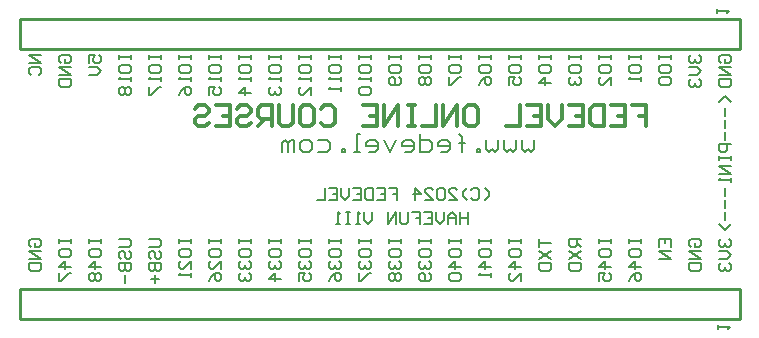
<source format=gbo>
G04*
G04 #@! TF.GenerationSoftware,Altium Limited,Altium Designer,24.5.1 (21)*
G04*
G04 Layer_Color=32896*
%FSLAX25Y25*%
%MOIN*%
G70*
G04*
G04 #@! TF.SameCoordinates,768C5CE1-1E73-4EAB-B0B2-AB3AEEDBA731*
G04*
G04*
G04 #@! TF.FilePolarity,Positive*
G04*
G01*
G75*
%ADD11C,0.00600*%
%ADD61C,0.01200*%
%ADD78C,0.01000*%
D11*
X267000Y72201D02*
X265001Y74200D01*
X263001Y72201D01*
X265001Y70201D02*
Y67536D01*
Y66203D02*
Y63537D01*
Y62204D02*
Y59538D01*
X267000Y58205D02*
X263001D01*
Y56206D01*
X263668Y55539D01*
X265001D01*
X265667Y56206D01*
Y58205D01*
X263001Y54206D02*
Y52874D01*
Y53540D01*
X267000D01*
Y54206D01*
Y52874D01*
Y50874D02*
X263001D01*
X267000Y48208D01*
X263001D01*
X267000Y46876D02*
Y45543D01*
Y46209D01*
X263001D01*
X263668Y46876D01*
X265001Y43543D02*
Y40877D01*
Y39544D02*
Y36879D01*
Y35546D02*
Y32880D01*
X267000Y31547D02*
X265001Y29548D01*
X263001Y31547D01*
X201400Y59599D02*
Y56600D01*
X200400Y55600D01*
X199401Y56600D01*
X198401Y55600D01*
X197401Y56600D01*
Y59599D01*
X195402D02*
Y56600D01*
X194402Y55600D01*
X193403Y56600D01*
X192403Y55600D01*
X191403Y56600D01*
Y59599D01*
X189404D02*
Y56600D01*
X188404Y55600D01*
X187405Y56600D01*
X186405Y55600D01*
X185405Y56600D01*
Y59599D01*
X183406Y55600D02*
Y56600D01*
X182406D01*
Y55600D01*
X183406D01*
X177408D02*
Y60598D01*
Y58599D01*
X178407D01*
X176408D01*
X177408D01*
Y60598D01*
X176408Y61598D01*
X170410Y55600D02*
X172409D01*
X173409Y56600D01*
Y58599D01*
X172409Y59599D01*
X170410D01*
X169410Y58599D01*
Y57599D01*
X173409D01*
X163412Y61598D02*
Y55600D01*
X166411D01*
X167411Y56600D01*
Y58599D01*
X166411Y59599D01*
X163412D01*
X158414Y55600D02*
X160413D01*
X161413Y56600D01*
Y58599D01*
X160413Y59599D01*
X158414D01*
X157414Y58599D01*
Y57599D01*
X161413D01*
X155415Y59599D02*
X153416Y55600D01*
X151416Y59599D01*
X146418Y55600D02*
X148417D01*
X149417Y56600D01*
Y58599D01*
X148417Y59599D01*
X146418D01*
X145418Y58599D01*
Y57599D01*
X149417D01*
X143419Y55600D02*
X141419D01*
X142419D01*
Y61598D01*
X143419D01*
X138420Y55600D02*
Y56600D01*
X137421D01*
Y55600D01*
X138420D01*
X129423Y59599D02*
X132422D01*
X133422Y58599D01*
Y56600D01*
X132422Y55600D01*
X129423D01*
X126424D02*
X124425D01*
X123425Y56600D01*
Y58599D01*
X124425Y59599D01*
X126424D01*
X127424Y58599D01*
Y56600D01*
X126424Y55600D01*
X121426D02*
Y59599D01*
X120426D01*
X119427Y58599D01*
Y55600D01*
Y58599D01*
X118427Y59599D01*
X117427Y58599D01*
Y55600D01*
X179400Y35599D02*
Y31600D01*
Y33599D01*
X176734D01*
Y35599D01*
Y31600D01*
X175401D02*
Y34266D01*
X174068Y35599D01*
X172736Y34266D01*
Y31600D01*
Y33599D01*
X175401D01*
X171403Y35599D02*
Y32933D01*
X170070Y31600D01*
X168737Y32933D01*
Y35599D01*
X164738D02*
X167404D01*
Y31600D01*
X164738D01*
X167404Y33599D02*
X166071D01*
X160739Y35599D02*
X163405D01*
Y33599D01*
X162072D01*
X163405D01*
Y31600D01*
X159406Y35599D02*
Y32266D01*
X158740Y31600D01*
X157407D01*
X156741Y32266D01*
Y35599D01*
X155408Y31600D02*
Y35599D01*
X152742Y31600D01*
Y35599D01*
X147410D02*
Y32933D01*
X146077Y31600D01*
X144745Y32933D01*
Y35599D01*
X143412Y31600D02*
X142079D01*
X142745D01*
Y35599D01*
X143412Y34932D01*
X140079Y35599D02*
X138747D01*
X139413D01*
Y31600D01*
X140079D01*
X138747D01*
X136747D02*
X135414D01*
X136081D01*
Y35599D01*
X136747Y34932D01*
X185067Y39600D02*
X186400Y40933D01*
Y42266D01*
X185067Y43599D01*
X180402Y42932D02*
X181068Y43599D01*
X182401D01*
X183068Y42932D01*
Y40266D01*
X182401Y39600D01*
X181068D01*
X180402Y40266D01*
X179069Y39600D02*
X177736Y40933D01*
Y42266D01*
X179069Y43599D01*
X173071Y39600D02*
X175737D01*
X173071Y42266D01*
Y42932D01*
X173737Y43599D01*
X175070D01*
X175737Y42932D01*
X171738D02*
X171072Y43599D01*
X169739D01*
X169072Y42932D01*
Y40266D01*
X169739Y39600D01*
X171072D01*
X171738Y40266D01*
Y42932D01*
X165074Y39600D02*
X167739D01*
X165074Y42266D01*
Y42932D01*
X165740Y43599D01*
X167073D01*
X167739Y42932D01*
X161741Y39600D02*
Y43599D01*
X163741Y41599D01*
X161075D01*
X153077Y43599D02*
X155743D01*
Y41599D01*
X154410D01*
X155743D01*
Y39600D01*
X149079Y43599D02*
X151744D01*
Y39600D01*
X149079D01*
X151744Y41599D02*
X150412D01*
X147746Y43599D02*
Y39600D01*
X145747D01*
X145080Y40266D01*
Y42932D01*
X145747Y43599D01*
X147746D01*
X141081D02*
X143747D01*
Y39600D01*
X141081D01*
X143747Y41599D02*
X142414D01*
X139748Y43599D02*
Y40933D01*
X138416Y39600D01*
X137083Y40933D01*
Y43599D01*
X133084D02*
X135750D01*
Y39600D01*
X133084D01*
X135750Y41599D02*
X134417D01*
X131751Y43599D02*
Y39600D01*
X129085D01*
X33668Y23834D02*
X33001Y24501D01*
Y25834D01*
X33668Y26500D01*
X36334D01*
X37000Y25834D01*
Y24501D01*
X36334Y23834D01*
X35001D01*
Y25167D01*
X37000Y22501D02*
X33001D01*
X37000Y19836D01*
X33001D01*
Y18503D02*
X37000D01*
Y16503D01*
X36334Y15837D01*
X33668D01*
X33001Y16503D01*
Y18503D01*
X43001Y26500D02*
Y25167D01*
Y25834D01*
X47000D01*
Y26500D01*
Y25167D01*
X43001Y21168D02*
Y22501D01*
X43668Y23168D01*
X46334D01*
X47000Y22501D01*
Y21168D01*
X46334Y20502D01*
X43668D01*
X43001Y21168D01*
X47000Y17170D02*
X43001D01*
X45001Y19169D01*
Y16503D01*
X43001Y15170D02*
Y12505D01*
X43668D01*
X46334Y15170D01*
X47000D01*
X53001Y26500D02*
Y25167D01*
Y25834D01*
X57000D01*
Y26500D01*
Y25167D01*
X53001Y21168D02*
Y22501D01*
X53668Y23168D01*
X56334D01*
X57000Y22501D01*
Y21168D01*
X56334Y20502D01*
X53668D01*
X53001Y21168D01*
X57000Y17170D02*
X53001D01*
X55001Y19169D01*
Y16503D01*
X53668Y15170D02*
X53001Y14504D01*
Y13171D01*
X53668Y12505D01*
X54334D01*
X55001Y13171D01*
X55667Y12505D01*
X56334D01*
X57000Y13171D01*
Y14504D01*
X56334Y15170D01*
X55667D01*
X55001Y14504D01*
X54334Y15170D01*
X53668D01*
X55001Y14504D02*
Y13171D01*
X63001Y26500D02*
X66334D01*
X67000Y25834D01*
Y24501D01*
X66334Y23834D01*
X63001D01*
X63668Y19836D02*
X63001Y20502D01*
Y21835D01*
X63668Y22501D01*
X64334D01*
X65001Y21835D01*
Y20502D01*
X65667Y19836D01*
X66334D01*
X67000Y20502D01*
Y21835D01*
X66334Y22501D01*
X63001Y18503D02*
X67000D01*
Y16503D01*
X66334Y15837D01*
X65667D01*
X65001Y16503D01*
Y18503D01*
Y16503D01*
X64334Y15837D01*
X63668D01*
X63001Y16503D01*
Y18503D01*
X65001Y14504D02*
Y11838D01*
X83001Y26500D02*
Y25167D01*
Y25834D01*
X87000D01*
Y26500D01*
Y25167D01*
X83001Y21168D02*
Y22501D01*
X83668Y23168D01*
X86334D01*
X87000Y22501D01*
Y21168D01*
X86334Y20502D01*
X83668D01*
X83001Y21168D01*
X87000Y16503D02*
Y19169D01*
X84334Y16503D01*
X83668D01*
X83001Y17170D01*
Y18503D01*
X83668Y19169D01*
X87000Y15170D02*
Y13837D01*
Y14504D01*
X83001D01*
X83668Y15170D01*
X93001Y26500D02*
Y25167D01*
Y25834D01*
X97000D01*
Y26500D01*
Y25167D01*
X93001Y21168D02*
Y22501D01*
X93668Y23168D01*
X96334D01*
X97000Y22501D01*
Y21168D01*
X96334Y20502D01*
X93668D01*
X93001Y21168D01*
X97000Y16503D02*
Y19169D01*
X94334Y16503D01*
X93668D01*
X93001Y17170D01*
Y18503D01*
X93668Y19169D01*
X93001Y12505D02*
X93668Y13837D01*
X95001Y15170D01*
X96334D01*
X97000Y14504D01*
Y13171D01*
X96334Y12505D01*
X95667D01*
X95001Y13171D01*
Y15170D01*
X103001Y26500D02*
Y25167D01*
Y25834D01*
X107000D01*
Y26500D01*
Y25167D01*
X103001Y21168D02*
Y22501D01*
X103668Y23168D01*
X106333D01*
X107000Y22501D01*
Y21168D01*
X106333Y20502D01*
X103668D01*
X103001Y21168D01*
X103668Y19169D02*
X103001Y18503D01*
Y17170D01*
X103668Y16503D01*
X104334D01*
X105001Y17170D01*
Y17836D01*
Y17170D01*
X105667Y16503D01*
X106333D01*
X107000Y17170D01*
Y18503D01*
X106333Y19169D01*
X103668Y15170D02*
X103001Y14504D01*
Y13171D01*
X103668Y12505D01*
X104334D01*
X105001Y13171D01*
Y13837D01*
Y13171D01*
X105667Y12505D01*
X106333D01*
X107000Y13171D01*
Y14504D01*
X106333Y15170D01*
X113001Y26500D02*
Y25167D01*
Y25834D01*
X117000D01*
Y26500D01*
Y25167D01*
X113001Y21168D02*
Y22501D01*
X113668Y23168D01*
X116333D01*
X117000Y22501D01*
Y21168D01*
X116333Y20502D01*
X113668D01*
X113001Y21168D01*
X113668Y19169D02*
X113001Y18503D01*
Y17170D01*
X113668Y16503D01*
X114334D01*
X115001Y17170D01*
Y17836D01*
Y17170D01*
X115667Y16503D01*
X116333D01*
X117000Y17170D01*
Y18503D01*
X116333Y19169D01*
X117000Y13171D02*
X113001D01*
X115001Y15170D01*
Y12505D01*
X73001Y26500D02*
X76334D01*
X77000Y25834D01*
Y24501D01*
X76334Y23834D01*
X73001D01*
X73668Y19836D02*
X73001Y20502D01*
Y21835D01*
X73668Y22501D01*
X74334D01*
X75001Y21835D01*
Y20502D01*
X75667Y19836D01*
X76334D01*
X77000Y20502D01*
Y21835D01*
X76334Y22501D01*
X73001Y18503D02*
X77000D01*
Y16503D01*
X76334Y15837D01*
X75667D01*
X75001Y16503D01*
Y18503D01*
Y16503D01*
X74334Y15837D01*
X73668D01*
X73001Y16503D01*
Y18503D01*
X75001Y14504D02*
Y11838D01*
X73668Y13171D02*
X76334D01*
X133001Y26500D02*
Y25167D01*
Y25834D01*
X137000D01*
Y26500D01*
Y25167D01*
X133001Y21168D02*
Y22501D01*
X133668Y23168D01*
X136334D01*
X137000Y22501D01*
Y21168D01*
X136334Y20502D01*
X133668D01*
X133001Y21168D01*
X133668Y19169D02*
X133001Y18503D01*
Y17170D01*
X133668Y16503D01*
X134334D01*
X135001Y17170D01*
Y17836D01*
Y17170D01*
X135667Y16503D01*
X136334D01*
X137000Y17170D01*
Y18503D01*
X136334Y19169D01*
X133001Y12505D02*
X133668Y13837D01*
X135001Y15170D01*
X136334D01*
X137000Y14504D01*
Y13171D01*
X136334Y12505D01*
X135667D01*
X135001Y13171D01*
Y15170D01*
X143001Y26500D02*
Y25167D01*
Y25834D01*
X147000D01*
Y26500D01*
Y25167D01*
X143001Y21168D02*
Y22501D01*
X143668Y23168D01*
X146334D01*
X147000Y22501D01*
Y21168D01*
X146334Y20502D01*
X143668D01*
X143001Y21168D01*
X143668Y19169D02*
X143001Y18503D01*
Y17170D01*
X143668Y16503D01*
X144334D01*
X145001Y17170D01*
Y17836D01*
Y17170D01*
X145667Y16503D01*
X146334D01*
X147000Y17170D01*
Y18503D01*
X146334Y19169D01*
X143001Y15170D02*
Y12505D01*
X143668D01*
X146334Y15170D01*
X147000D01*
X153001Y26500D02*
Y25167D01*
Y25834D01*
X157000D01*
Y26500D01*
Y25167D01*
X153001Y21168D02*
Y22501D01*
X153668Y23168D01*
X156333D01*
X157000Y22501D01*
Y21168D01*
X156333Y20502D01*
X153668D01*
X153001Y21168D01*
X153668Y19169D02*
X153001Y18503D01*
Y17170D01*
X153668Y16503D01*
X154334D01*
X155001Y17170D01*
Y17836D01*
Y17170D01*
X155667Y16503D01*
X156333D01*
X157000Y17170D01*
Y18503D01*
X156333Y19169D01*
X153668Y15170D02*
X153001Y14504D01*
Y13171D01*
X153668Y12505D01*
X154334D01*
X155001Y13171D01*
X155667Y12505D01*
X156333D01*
X157000Y13171D01*
Y14504D01*
X156333Y15170D01*
X155667D01*
X155001Y14504D01*
X154334Y15170D01*
X153668D01*
X155001Y14504D02*
Y13171D01*
X163001Y26500D02*
Y25167D01*
Y25834D01*
X167000D01*
Y26500D01*
Y25167D01*
X163001Y21168D02*
Y22501D01*
X163668Y23168D01*
X166333D01*
X167000Y22501D01*
Y21168D01*
X166333Y20502D01*
X163668D01*
X163001Y21168D01*
X163668Y19169D02*
X163001Y18503D01*
Y17170D01*
X163668Y16503D01*
X164334D01*
X165001Y17170D01*
Y17836D01*
Y17170D01*
X165667Y16503D01*
X166333D01*
X167000Y17170D01*
Y18503D01*
X166333Y19169D01*
Y15170D02*
X167000Y14504D01*
Y13171D01*
X166333Y12505D01*
X163668D01*
X163001Y13171D01*
Y14504D01*
X163668Y15170D01*
X164334D01*
X165001Y14504D01*
Y12505D01*
X123001Y26500D02*
Y25167D01*
Y25834D01*
X127000D01*
Y26500D01*
Y25167D01*
X123001Y21168D02*
Y22501D01*
X123668Y23168D01*
X126333D01*
X127000Y22501D01*
Y21168D01*
X126333Y20502D01*
X123668D01*
X123001Y21168D01*
X123668Y19169D02*
X123001Y18503D01*
Y17170D01*
X123668Y16503D01*
X124334D01*
X125001Y17170D01*
Y17836D01*
Y17170D01*
X125667Y16503D01*
X126333D01*
X127000Y17170D01*
Y18503D01*
X126333Y19169D01*
X123001Y12505D02*
Y15170D01*
X125001D01*
X124334Y13837D01*
Y13171D01*
X125001Y12505D01*
X126333D01*
X127000Y13171D01*
Y14504D01*
X126333Y15170D01*
X183001Y26500D02*
Y25167D01*
Y25834D01*
X187000D01*
Y26500D01*
Y25167D01*
X183001Y21168D02*
Y22501D01*
X183668Y23168D01*
X186334D01*
X187000Y22501D01*
Y21168D01*
X186334Y20502D01*
X183668D01*
X183001Y21168D01*
X187000Y17170D02*
X183001D01*
X185001Y19169D01*
Y16503D01*
X187000Y15170D02*
Y13837D01*
Y14504D01*
X183001D01*
X183668Y15170D01*
X193001Y26500D02*
Y25167D01*
Y25834D01*
X197000D01*
Y26500D01*
Y25167D01*
X193001Y21168D02*
Y22501D01*
X193668Y23168D01*
X196334D01*
X197000Y22501D01*
Y21168D01*
X196334Y20502D01*
X193668D01*
X193001Y21168D01*
X197000Y17170D02*
X193001D01*
X195001Y19169D01*
Y16503D01*
X197000Y12505D02*
Y15170D01*
X194334Y12505D01*
X193668D01*
X193001Y13171D01*
Y14504D01*
X193668Y15170D01*
X203001Y26500D02*
Y23834D01*
Y25167D01*
X207000D01*
X203001Y22501D02*
X207000Y19836D01*
X203001D02*
X207000Y22501D01*
X203001Y18503D02*
X207000D01*
Y16503D01*
X206334Y15837D01*
X203668D01*
X203001Y16503D01*
Y18503D01*
X217000Y26500D02*
X213001D01*
Y24501D01*
X213668Y23834D01*
X215001D01*
X215667Y24501D01*
Y26500D01*
Y25167D02*
X217000Y23834D01*
X213001Y22501D02*
X217000Y19836D01*
X213001D02*
X217000Y22501D01*
X213001Y18503D02*
X217000D01*
Y16503D01*
X216334Y15837D01*
X213668D01*
X213001Y16503D01*
Y18503D01*
X173001Y26500D02*
Y25167D01*
Y25834D01*
X177000D01*
Y26500D01*
Y25167D01*
X173001Y21168D02*
Y22501D01*
X173668Y23168D01*
X176333D01*
X177000Y22501D01*
Y21168D01*
X176333Y20502D01*
X173668D01*
X173001Y21168D01*
X177000Y17170D02*
X173001D01*
X175001Y19169D01*
Y16503D01*
X173668Y15170D02*
X173001Y14504D01*
Y13171D01*
X173668Y12505D01*
X176333D01*
X177000Y13171D01*
Y14504D01*
X176333Y15170D01*
X173668D01*
X223001Y26500D02*
Y25167D01*
Y25834D01*
X227000D01*
Y26500D01*
Y25167D01*
X223001Y21168D02*
Y22501D01*
X223668Y23168D01*
X226334D01*
X227000Y22501D01*
Y21168D01*
X226334Y20502D01*
X223668D01*
X223001Y21168D01*
X227000Y17170D02*
X223001D01*
X225001Y19169D01*
Y16503D01*
X223001Y12505D02*
Y15170D01*
X225001D01*
X224334Y13837D01*
Y13171D01*
X225001Y12505D01*
X226334D01*
X227000Y13171D01*
Y14504D01*
X226334Y15170D01*
X263668Y26500D02*
X263001Y25834D01*
Y24501D01*
X263668Y23834D01*
X264334D01*
X265001Y24501D01*
Y25167D01*
Y24501D01*
X265667Y23834D01*
X266334D01*
X267000Y24501D01*
Y25834D01*
X266334Y26500D01*
X263001Y22501D02*
X265667D01*
X267000Y21168D01*
X265667Y19836D01*
X263001D01*
X263668Y18503D02*
X263001Y17836D01*
Y16503D01*
X263668Y15837D01*
X264334D01*
X265001Y16503D01*
Y17170D01*
Y16503D01*
X265667Y15837D01*
X266334D01*
X267000Y16503D01*
Y17836D01*
X266334Y18503D01*
X253668Y23834D02*
X253001Y24501D01*
Y25834D01*
X253668Y26500D01*
X256334D01*
X257000Y25834D01*
Y24501D01*
X256334Y23834D01*
X255001D01*
Y25167D01*
X257000Y22501D02*
X253001D01*
X257000Y19836D01*
X253001D01*
Y18503D02*
X257000D01*
Y16503D01*
X256334Y15837D01*
X253668D01*
X253001Y16503D01*
Y18503D01*
X243001Y23834D02*
Y26500D01*
X247000D01*
Y23834D01*
X245001Y26500D02*
Y25167D01*
X247000Y22501D02*
X243001D01*
X247000Y19836D01*
X243001D01*
X233001Y26500D02*
Y25167D01*
Y25834D01*
X237000D01*
Y26500D01*
Y25167D01*
X233001Y21168D02*
Y22501D01*
X233668Y23168D01*
X236334D01*
X237000Y22501D01*
Y21168D01*
X236334Y20502D01*
X233668D01*
X233001Y21168D01*
X237000Y17170D02*
X233001D01*
X235001Y19169D01*
Y16503D01*
X233001Y12505D02*
X233668Y13837D01*
X235001Y15170D01*
X236334D01*
X237000Y14504D01*
Y13171D01*
X236334Y12505D01*
X235667D01*
X235001Y13171D01*
Y15170D01*
X253668Y87900D02*
X253001Y87234D01*
Y85901D01*
X253668Y85234D01*
X254334D01*
X255001Y85901D01*
Y86567D01*
Y85901D01*
X255667Y85234D01*
X256334D01*
X257000Y85901D01*
Y87234D01*
X256334Y87900D01*
X253001Y83901D02*
X255667D01*
X257000Y82568D01*
X255667Y81235D01*
X253001D01*
X253668Y79903D02*
X253001Y79236D01*
Y77903D01*
X253668Y77237D01*
X254334D01*
X255001Y77903D01*
Y78570D01*
Y77903D01*
X255667Y77237D01*
X256334D01*
X257000Y77903D01*
Y79236D01*
X256334Y79903D01*
X243001Y87900D02*
Y86567D01*
Y87234D01*
X247000D01*
Y87900D01*
Y86567D01*
X243001Y82568D02*
Y83901D01*
X243668Y84568D01*
X246334D01*
X247000Y83901D01*
Y82568D01*
X246334Y81902D01*
X243668D01*
X243001Y82568D01*
X243668Y80569D02*
X243001Y79903D01*
Y78570D01*
X243668Y77903D01*
X246334D01*
X247000Y78570D01*
Y79903D01*
X246334Y80569D01*
X243668D01*
X233001Y87900D02*
Y86567D01*
Y87234D01*
X237000D01*
Y87900D01*
Y86567D01*
X233001Y82568D02*
Y83901D01*
X233668Y84568D01*
X236334D01*
X237000Y83901D01*
Y82568D01*
X236334Y81902D01*
X233668D01*
X233001Y82568D01*
X237000Y80569D02*
Y79236D01*
Y79903D01*
X233001D01*
X233668Y80569D01*
X223001Y87900D02*
Y86567D01*
Y87234D01*
X227000D01*
Y87900D01*
Y86567D01*
X223001Y82568D02*
Y83901D01*
X223668Y84568D01*
X226334D01*
X227000Y83901D01*
Y82568D01*
X226334Y81902D01*
X223668D01*
X223001Y82568D01*
X227000Y77903D02*
Y80569D01*
X224334Y77903D01*
X223668D01*
X223001Y78570D01*
Y79903D01*
X223668Y80569D01*
X213001Y87900D02*
Y86567D01*
Y87234D01*
X217000D01*
Y87900D01*
Y86567D01*
X213001Y82568D02*
Y83901D01*
X213668Y84568D01*
X216334D01*
X217000Y83901D01*
Y82568D01*
X216334Y81902D01*
X213668D01*
X213001Y82568D01*
X213668Y80569D02*
X213001Y79903D01*
Y78570D01*
X213668Y77903D01*
X214334D01*
X215001Y78570D01*
Y79236D01*
Y78570D01*
X215667Y77903D01*
X216334D01*
X217000Y78570D01*
Y79903D01*
X216334Y80569D01*
X203001Y87900D02*
Y86567D01*
Y87234D01*
X207000D01*
Y87900D01*
Y86567D01*
X203001Y82568D02*
Y83901D01*
X203668Y84568D01*
X206334D01*
X207000Y83901D01*
Y82568D01*
X206334Y81902D01*
X203668D01*
X203001Y82568D01*
X207000Y78570D02*
X203001D01*
X205001Y80569D01*
Y77903D01*
X63001Y87900D02*
Y86567D01*
Y87234D01*
X67000D01*
Y87900D01*
Y86567D01*
X63001Y82568D02*
Y83901D01*
X63668Y84568D01*
X66334D01*
X67000Y83901D01*
Y82568D01*
X66334Y81902D01*
X63668D01*
X63001Y82568D01*
X67000Y80569D02*
Y79236D01*
Y79903D01*
X63001D01*
X63668Y80569D01*
Y77237D02*
X63001Y76570D01*
Y75237D01*
X63668Y74571D01*
X64334D01*
X65001Y75237D01*
X65667Y74571D01*
X66334D01*
X67000Y75237D01*
Y76570D01*
X66334Y77237D01*
X65667D01*
X65001Y76570D01*
X64334Y77237D01*
X63668D01*
X65001Y76570D02*
Y75237D01*
X53001Y85234D02*
Y87900D01*
X55001D01*
X54334Y86567D01*
Y85901D01*
X55001Y85234D01*
X56334D01*
X57000Y85901D01*
Y87234D01*
X56334Y87900D01*
X53001Y83901D02*
X55667D01*
X57000Y82568D01*
X55667Y81235D01*
X53001D01*
X43668Y85234D02*
X43001Y85901D01*
Y87234D01*
X43668Y87900D01*
X46334D01*
X47000Y87234D01*
Y85901D01*
X46334Y85234D01*
X45001D01*
Y86567D01*
X47000Y83901D02*
X43001D01*
X47000Y81235D01*
X43001D01*
Y79903D02*
X47000D01*
Y77903D01*
X46334Y77237D01*
X43668D01*
X43001Y77903D01*
Y79903D01*
X37000Y87900D02*
X33001D01*
X37000Y85234D01*
X33001D01*
X33668Y81235D02*
X33001Y81902D01*
Y83235D01*
X33668Y83901D01*
X36334D01*
X37000Y83235D01*
Y81902D01*
X36334Y81235D01*
X113001Y87900D02*
Y86567D01*
Y87234D01*
X117000D01*
Y87900D01*
Y86567D01*
X113001Y82568D02*
Y83901D01*
X113668Y84568D01*
X116333D01*
X117000Y83901D01*
Y82568D01*
X116333Y81902D01*
X113668D01*
X113001Y82568D01*
X117000Y80569D02*
Y79236D01*
Y79903D01*
X113001D01*
X113668Y80569D01*
Y77237D02*
X113001Y76570D01*
Y75237D01*
X113668Y74571D01*
X114334D01*
X115001Y75237D01*
Y75904D01*
Y75237D01*
X115667Y74571D01*
X116333D01*
X117000Y75237D01*
Y76570D01*
X116333Y77237D01*
X103001Y87900D02*
Y86567D01*
Y87234D01*
X107000D01*
Y87900D01*
Y86567D01*
X103001Y82568D02*
Y83901D01*
X103668Y84568D01*
X106333D01*
X107000Y83901D01*
Y82568D01*
X106333Y81902D01*
X103668D01*
X103001Y82568D01*
X107000Y80569D02*
Y79236D01*
Y79903D01*
X103001D01*
X103668Y80569D01*
X107000Y75237D02*
X103001D01*
X105001Y77237D01*
Y74571D01*
X93001Y87900D02*
Y86567D01*
Y87234D01*
X97000D01*
Y87900D01*
Y86567D01*
X93001Y82568D02*
Y83901D01*
X93668Y84568D01*
X96334D01*
X97000Y83901D01*
Y82568D01*
X96334Y81902D01*
X93668D01*
X93001Y82568D01*
X97000Y80569D02*
Y79236D01*
Y79903D01*
X93001D01*
X93668Y80569D01*
X93001Y74571D02*
Y77237D01*
X95001D01*
X94334Y75904D01*
Y75237D01*
X95001Y74571D01*
X96334D01*
X97000Y75237D01*
Y76570D01*
X96334Y77237D01*
X83001Y87900D02*
Y86567D01*
Y87234D01*
X87000D01*
Y87900D01*
Y86567D01*
X83001Y82568D02*
Y83901D01*
X83668Y84568D01*
X86334D01*
X87000Y83901D01*
Y82568D01*
X86334Y81902D01*
X83668D01*
X83001Y82568D01*
X87000Y80569D02*
Y79236D01*
Y79903D01*
X83001D01*
X83668Y80569D01*
X83001Y74571D02*
X83668Y75904D01*
X85001Y77237D01*
X86334D01*
X87000Y76570D01*
Y75237D01*
X86334Y74571D01*
X85667D01*
X85001Y75237D01*
Y77237D01*
X73001Y87900D02*
Y86567D01*
Y87234D01*
X77000D01*
Y87900D01*
Y86567D01*
X73001Y82568D02*
Y83901D01*
X73668Y84568D01*
X76334D01*
X77000Y83901D01*
Y82568D01*
X76334Y81902D01*
X73668D01*
X73001Y82568D01*
X77000Y80569D02*
Y79236D01*
Y79903D01*
X73001D01*
X73668Y80569D01*
X73001Y77237D02*
Y74571D01*
X73668D01*
X76334Y77237D01*
X77000D01*
X163001Y87900D02*
Y86567D01*
Y87234D01*
X167000D01*
Y87900D01*
Y86567D01*
X163001Y82568D02*
Y83901D01*
X163668Y84568D01*
X166333D01*
X167000Y83901D01*
Y82568D01*
X166333Y81902D01*
X163668D01*
X163001Y82568D01*
X163668Y80569D02*
X163001Y79903D01*
Y78570D01*
X163668Y77903D01*
X164334D01*
X165001Y78570D01*
X165667Y77903D01*
X166333D01*
X167000Y78570D01*
Y79903D01*
X166333Y80569D01*
X165667D01*
X165001Y79903D01*
X164334Y80569D01*
X163668D01*
X165001Y79903D02*
Y78570D01*
X153001Y87900D02*
Y86567D01*
Y87234D01*
X157000D01*
Y87900D01*
Y86567D01*
X153001Y82568D02*
Y83901D01*
X153668Y84568D01*
X156333D01*
X157000Y83901D01*
Y82568D01*
X156333Y81902D01*
X153668D01*
X153001Y82568D01*
X156333Y80569D02*
X157000Y79903D01*
Y78570D01*
X156333Y77903D01*
X153668D01*
X153001Y78570D01*
Y79903D01*
X153668Y80569D01*
X154334D01*
X155001Y79903D01*
Y77903D01*
X143001Y87900D02*
Y86567D01*
Y87234D01*
X147000D01*
Y87900D01*
Y86567D01*
X143001Y82568D02*
Y83901D01*
X143668Y84568D01*
X146334D01*
X147000Y83901D01*
Y82568D01*
X146334Y81902D01*
X143668D01*
X143001Y82568D01*
X147000Y80569D02*
Y79236D01*
Y79903D01*
X143001D01*
X143668Y80569D01*
Y77237D02*
X143001Y76570D01*
Y75237D01*
X143668Y74571D01*
X146334D01*
X147000Y75237D01*
Y76570D01*
X146334Y77237D01*
X143668D01*
X133001Y87900D02*
Y86567D01*
Y87234D01*
X137000D01*
Y87900D01*
Y86567D01*
X133001Y82568D02*
Y83901D01*
X133668Y84568D01*
X136334D01*
X137000Y83901D01*
Y82568D01*
X136334Y81902D01*
X133668D01*
X133001Y82568D01*
X137000Y80569D02*
Y79236D01*
Y79903D01*
X133001D01*
X133668Y80569D01*
X137000Y77237D02*
Y75904D01*
Y76570D01*
X133001D01*
X133668Y77237D01*
X123001Y87900D02*
Y86567D01*
Y87234D01*
X127000D01*
Y87900D01*
Y86567D01*
X123001Y82568D02*
Y83901D01*
X123668Y84568D01*
X126333D01*
X127000Y83901D01*
Y82568D01*
X126333Y81902D01*
X123668D01*
X123001Y82568D01*
X127000Y80569D02*
Y79236D01*
Y79903D01*
X123001D01*
X123668Y80569D01*
X127000Y74571D02*
Y77237D01*
X124334Y74571D01*
X123668D01*
X123001Y75237D01*
Y76570D01*
X123668Y77237D01*
X193001Y87900D02*
Y86567D01*
Y87234D01*
X197000D01*
Y87900D01*
Y86567D01*
X193001Y82568D02*
Y83901D01*
X193668Y84568D01*
X196334D01*
X197000Y83901D01*
Y82568D01*
X196334Y81902D01*
X193668D01*
X193001Y82568D01*
Y77903D02*
Y80569D01*
X195001D01*
X194334Y79236D01*
Y78570D01*
X195001Y77903D01*
X196334D01*
X197000Y78570D01*
Y79903D01*
X196334Y80569D01*
X183001Y87900D02*
Y86567D01*
Y87234D01*
X187000D01*
Y87900D01*
Y86567D01*
X183001Y82568D02*
Y83901D01*
X183668Y84568D01*
X186334D01*
X187000Y83901D01*
Y82568D01*
X186334Y81902D01*
X183668D01*
X183001Y82568D01*
Y77903D02*
X183668Y79236D01*
X185001Y80569D01*
X186334D01*
X187000Y79903D01*
Y78570D01*
X186334Y77903D01*
X185667D01*
X185001Y78570D01*
Y80569D01*
X173001Y87900D02*
Y86567D01*
Y87234D01*
X177000D01*
Y87900D01*
Y86567D01*
X173001Y82568D02*
Y83901D01*
X173668Y84568D01*
X176333D01*
X177000Y83901D01*
Y82568D01*
X176333Y81902D01*
X173668D01*
X173001Y82568D01*
Y80569D02*
Y77903D01*
X173668D01*
X176333Y80569D01*
X177000D01*
X263668Y85234D02*
X263001Y85901D01*
Y87234D01*
X263668Y87900D01*
X266334D01*
X267000Y87234D01*
Y85901D01*
X266334Y85234D01*
X265001D01*
Y86567D01*
X267000Y83901D02*
X263001D01*
X267000Y81235D01*
X263001D01*
Y79903D02*
X267000D01*
Y77903D01*
X266334Y77237D01*
X263668D01*
X263001Y77903D01*
Y79903D01*
X262700Y-3400D02*
Y-2067D01*
Y-2733D01*
X266699D01*
X266032Y-3400D01*
X262600Y102100D02*
Y103433D01*
Y102767D01*
X266599D01*
X265932Y102100D01*
D61*
X234135Y71198D02*
X238800D01*
Y67699D01*
X236467D01*
X238800D01*
Y64200D01*
X227137Y71198D02*
X231802D01*
Y64200D01*
X227137D01*
X231802Y67699D02*
X229470D01*
X224804Y71198D02*
Y64200D01*
X221306D01*
X220139Y65366D01*
Y70031D01*
X221306Y71198D01*
X224804D01*
X213142D02*
X217807D01*
Y64200D01*
X213142D01*
X217807Y67699D02*
X215474D01*
X210809Y71198D02*
Y66533D01*
X208476Y64200D01*
X206144Y66533D01*
Y71198D01*
X199146D02*
X203811D01*
Y64200D01*
X199146D01*
X203811Y67699D02*
X201479D01*
X196814Y71198D02*
Y64200D01*
X192148D01*
X179319Y71198D02*
X181652D01*
X182818Y70031D01*
Y65366D01*
X181652Y64200D01*
X179319D01*
X178153Y65366D01*
Y70031D01*
X179319Y71198D01*
X175820Y64200D02*
Y71198D01*
X171155Y64200D01*
Y71198D01*
X168823D02*
Y64200D01*
X164157D01*
X161825Y71198D02*
X159492D01*
X160659D01*
Y64200D01*
X161825D01*
X159492D01*
X155993D02*
Y71198D01*
X151328Y64200D01*
Y71198D01*
X144331D02*
X148996D01*
Y64200D01*
X144331D01*
X148996Y67699D02*
X146663D01*
X130335Y70031D02*
X131501Y71198D01*
X133834D01*
X135000Y70031D01*
Y65366D01*
X133834Y64200D01*
X131501D01*
X130335Y65366D01*
X124504Y71198D02*
X126836D01*
X128002Y70031D01*
Y65366D01*
X126836Y64200D01*
X124504D01*
X123337Y65366D01*
Y70031D01*
X124504Y71198D01*
X121005D02*
Y65366D01*
X119838Y64200D01*
X117506D01*
X116340Y65366D01*
Y71198D01*
X114007Y64200D02*
Y71198D01*
X110508D01*
X109342Y70031D01*
Y67699D01*
X110508Y66533D01*
X114007D01*
X111674D02*
X109342Y64200D01*
X102344Y70031D02*
X103510Y71198D01*
X105843D01*
X107009Y70031D01*
Y68865D01*
X105843Y67699D01*
X103510D01*
X102344Y66533D01*
Y65366D01*
X103510Y64200D01*
X105843D01*
X107009Y65366D01*
X95346Y71198D02*
X100012D01*
Y64200D01*
X95346D01*
X100012Y67699D02*
X97679D01*
X88349Y70031D02*
X89515Y71198D01*
X91847D01*
X93014Y70031D01*
Y68865D01*
X91847Y67699D01*
X89515D01*
X88349Y66533D01*
Y65366D01*
X89515Y64200D01*
X91847D01*
X93014Y65366D01*
D78*
X30000Y0D02*
X270000D01*
X30000D02*
Y10000D01*
X270000D01*
Y0D02*
Y10000D01*
X30000Y90000D02*
X270000D01*
X30000D02*
Y100000D01*
X270000D01*
Y90000D02*
Y100000D01*
M02*

</source>
